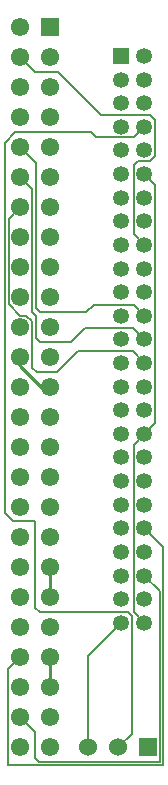
<source format=gtl>
G04 Layer_Physical_Order=1*
G04 Layer_Color=25308*
%FSAX24Y24*%
%MOIN*%
G70*
G01*
G75*
%ADD10C,0.0060*%
%ADD11C,0.0100*%
%ADD12C,0.0532*%
%ADD13R,0.0532X0.0532*%
%ADD14R,0.0600X0.0600*%
%ADD15C,0.0600*%
%ADD16R,0.0610X0.0610*%
%ADD17C,0.0610*%
D10*
X013300Y016902D02*
X014400Y018002D01*
X013300Y013850D02*
Y016902D01*
X014300Y013850D02*
X014756Y014306D01*
Y018229D01*
X014625Y018360D02*
X014756Y018229D01*
X011690Y018360D02*
X014625D01*
X011550Y018500D02*
X011690Y018360D01*
X011550Y018500D02*
Y021350D01*
X014830Y018360D02*
X015187Y018002D01*
X014830Y018360D02*
Y023944D01*
X015187Y024302D01*
X011050Y036850D02*
X011550Y036350D01*
X012310D01*
X013730Y034930D01*
X015375D01*
X015550Y034755D01*
Y033565D02*
Y034755D01*
X015375Y033390D02*
X015550Y033565D01*
X014968Y033390D02*
X015375D01*
X014828Y033250D02*
X014968Y033390D01*
X015187Y021152D02*
X015810Y020529D01*
X010650Y013250D02*
Y016450D01*
X011050Y016850D01*
Y032850D02*
X011445Y032455D01*
X011050Y033850D02*
X011565Y033335D01*
X015187Y032963D02*
X015550Y032600D01*
X015187Y024302D02*
X015550Y024664D01*
X010875Y034350D02*
X013403D01*
X013573Y034180D01*
X014830D01*
X015187Y034538D01*
X011050Y014850D02*
X011550Y014350D01*
Y013500D02*
Y014350D01*
X015690Y013370D02*
Y019075D01*
X015187Y019577D02*
X015690Y019075D01*
X010650Y013250D02*
X015810D01*
Y020529D01*
X011550Y013500D02*
X011680Y013370D01*
X015690D01*
X010800Y021400D02*
X011500D01*
X011550Y021350D01*
X014828Y030960D02*
Y033250D01*
Y030960D02*
X015187Y030601D01*
X014826Y028600D02*
X015187Y028239D01*
X014799Y027840D02*
X015187Y027451D01*
X013490Y028600D02*
X014826D01*
X013240Y028350D02*
X013490Y028600D01*
X013220Y027840D02*
X014799D01*
X012730Y027350D02*
X013220Y027840D01*
X011715Y027350D02*
X012730D01*
X011565Y027500D02*
X011715Y027350D01*
X011565Y027500D02*
Y028245D01*
X011445Y028365D02*
X011565Y028245D01*
X014801Y027050D02*
X015187Y026664D01*
X012980Y027050D02*
X014801D01*
X012280Y026350D02*
X012980Y027050D01*
X011250Y028245D02*
X011445Y028050D01*
X011050Y028245D02*
X011250D01*
X010655Y028640D02*
X011050Y028245D01*
X015550Y024664D02*
Y032600D01*
X011700Y028350D02*
X013240D01*
X011565Y028485D02*
X011700Y028350D01*
X011565Y028485D02*
Y033335D01*
X011445Y028365D02*
Y032455D01*
X010655Y028640D02*
Y031455D01*
X011050Y031850D01*
X011445Y026505D02*
Y028050D01*
X010535Y034010D02*
X010875Y034350D01*
X010535Y021665D02*
X010800Y021400D01*
X010535Y021665D02*
Y034010D01*
X011600Y026350D02*
X012280D01*
X011445Y026505D02*
X011600Y026350D01*
D11*
X011050Y026550D02*
Y026850D01*
Y026550D02*
X011750Y025850D01*
X012050D01*
Y015850D02*
Y016850D01*
Y018850D02*
Y019850D01*
D12*
X015187Y018002D02*
D03*
Y018790D02*
D03*
Y019577D02*
D03*
Y020365D02*
D03*
X014400Y018002D02*
D03*
Y018790D02*
D03*
Y019577D02*
D03*
Y020365D02*
D03*
Y023514D02*
D03*
Y022727D02*
D03*
Y021939D02*
D03*
Y021152D02*
D03*
X015187Y023514D02*
D03*
Y022727D02*
D03*
Y021939D02*
D03*
Y021152D02*
D03*
Y025876D02*
D03*
Y026664D02*
D03*
Y027451D02*
D03*
Y028239D02*
D03*
X014400Y025876D02*
D03*
Y026664D02*
D03*
Y027451D02*
D03*
Y028239D02*
D03*
Y025089D02*
D03*
Y024302D02*
D03*
X015187Y025089D02*
D03*
Y024302D02*
D03*
Y032176D02*
D03*
Y032963D02*
D03*
X014400Y032176D02*
D03*
Y032963D02*
D03*
Y036113D02*
D03*
Y035325D02*
D03*
Y034538D02*
D03*
Y033750D02*
D03*
X015187Y036113D02*
D03*
Y035325D02*
D03*
Y034538D02*
D03*
Y033750D02*
D03*
Y036900D02*
D03*
Y029026D02*
D03*
Y029813D02*
D03*
Y030601D02*
D03*
Y031388D02*
D03*
X014400Y029026D02*
D03*
Y029813D02*
D03*
Y030601D02*
D03*
Y031388D02*
D03*
D13*
Y036900D02*
D03*
D14*
X015300Y013850D02*
D03*
D15*
X014300D02*
D03*
X013300D02*
D03*
D16*
X012050Y037850D02*
D03*
D17*
Y036850D02*
D03*
Y035850D02*
D03*
Y034850D02*
D03*
Y033850D02*
D03*
Y032850D02*
D03*
Y031850D02*
D03*
Y030850D02*
D03*
Y029850D02*
D03*
Y028850D02*
D03*
Y027850D02*
D03*
Y026850D02*
D03*
Y025850D02*
D03*
Y024850D02*
D03*
Y023850D02*
D03*
Y022850D02*
D03*
Y021850D02*
D03*
Y020850D02*
D03*
Y019850D02*
D03*
Y018850D02*
D03*
Y017850D02*
D03*
Y016850D02*
D03*
Y015850D02*
D03*
Y014850D02*
D03*
Y013850D02*
D03*
X011050Y037850D02*
D03*
Y036850D02*
D03*
Y035850D02*
D03*
Y034850D02*
D03*
Y033850D02*
D03*
Y032850D02*
D03*
Y031850D02*
D03*
Y030850D02*
D03*
Y029850D02*
D03*
Y028850D02*
D03*
Y027850D02*
D03*
Y026850D02*
D03*
Y025850D02*
D03*
Y024850D02*
D03*
Y023850D02*
D03*
Y022850D02*
D03*
Y021850D02*
D03*
Y020850D02*
D03*
Y019850D02*
D03*
Y018850D02*
D03*
Y017850D02*
D03*
Y016850D02*
D03*
Y015850D02*
D03*
Y014850D02*
D03*
Y013850D02*
D03*
M02*

</source>
